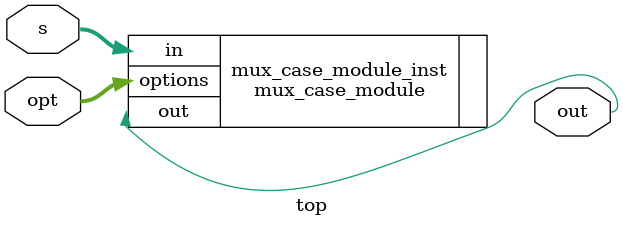
<source format=sv>
module top (
    input logic [3:0] opt,
    input logic [1:0] s,
    output logic out
);
mux_case_module # (
    .WIDTH_IN(2),
    .WIDTH_OP(4),
    .WIDTH_BUS(0)
  )
  mux_case_module_inst (
    .in(s),
    .options(opt),
    .out(out)
  );
endmodule
</source>
